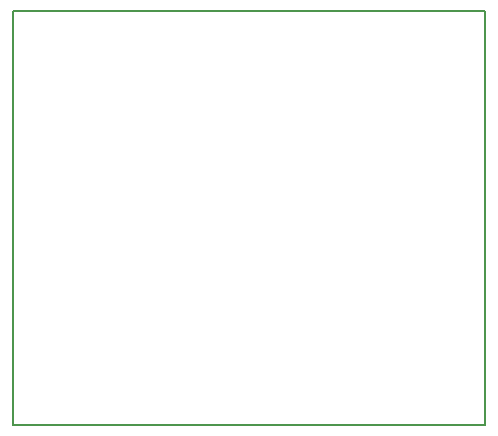
<source format=gbr>
G04 #@! TF.FileFunction,Profile,NP*
%FSLAX46Y46*%
G04 Gerber Fmt 4.6, Leading zero omitted, Abs format (unit mm)*
G04 Created by KiCad (PCBNEW 4.0.7) date 01/17/18 22:37:03*
%MOMM*%
%LPD*%
G01*
G04 APERTURE LIST*
%ADD10C,0.100000*%
%ADD11C,0.150000*%
G04 APERTURE END LIST*
D10*
D11*
X210000000Y-105000000D02*
X200000000Y-105000000D01*
X210000000Y-70000000D02*
X210000000Y-105000000D01*
X200000000Y-70000000D02*
X210000000Y-70000000D01*
X170000000Y-105000000D02*
X170000000Y-70000000D01*
X200000000Y-105000000D02*
X170000000Y-105000000D01*
X170000000Y-70000000D02*
X200000000Y-70000000D01*
M02*

</source>
